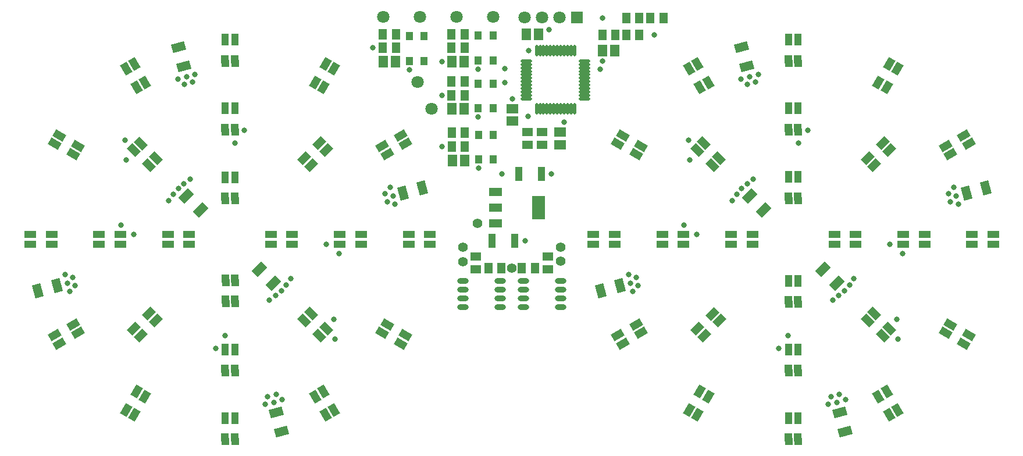
<source format=gts>
G04 Layer_Color=8388736*
%FSLAX44Y44*%
%MOMM*%
G71*
G01*
G75*
%ADD58O,0.5032X1.6532*%
%ADD59O,1.6532X0.5032*%
%ADD60O,1.6532X0.8032*%
%ADD61R,1.0032X1.1532*%
G04:AMPARAMS|DCode=62|XSize=1.2532mm|YSize=1.9532mm|CornerRadius=0mm|HoleSize=0mm|Usage=FLASHONLY|Rotation=314.423|XOffset=0mm|YOffset=0mm|HoleType=Round|Shape=Rectangle|*
%AMROTATEDRECTD62*
4,1,4,-1.1361,-0.2361,0.2589,1.1311,1.1361,0.2361,-0.2589,-1.1311,-1.1361,-0.2361,0.0*
%
%ADD62ROTATEDRECTD62*%

%ADD63R,1.1532X1.6032*%
%ADD64R,1.9532X1.2032*%
%ADD65R,1.9532X3.4532*%
G04:AMPARAMS|DCode=66|XSize=1.1032mm|YSize=1.7032mm|CornerRadius=0mm|HoleSize=0mm|Usage=FLASHONLY|Rotation=180.309|XOffset=0mm|YOffset=0mm|HoleType=Round|Shape=Rectangle|*
%AMROTATEDRECTD66*
4,1,4,0.5470,0.8546,0.5562,-0.8486,-0.5470,-0.8546,-0.5562,0.8486,0.5470,0.8546,0.0*
%
%ADD66ROTATEDRECTD66*%

%ADD67R,1.1032X2.0032*%
%ADD68R,1.3532X1.6532*%
%ADD69R,1.3532X1.6532*%
%ADD70R,1.6032X1.1532*%
%ADD71R,1.6532X1.3532*%
G04:AMPARAMS|DCode=72|XSize=1.2532mm|YSize=1.9532mm|CornerRadius=0mm|HoleSize=0mm|Usage=FLASHONLY|Rotation=105.000|XOffset=0mm|YOffset=0mm|HoleType=Round|Shape=Rectangle|*
%AMROTATEDRECTD72*
4,1,4,1.1055,-0.3525,-0.7812,-0.8580,-1.1055,0.3525,0.7812,0.8580,1.1055,-0.3525,0.0*
%
%ADD72ROTATEDRECTD72*%

G04:AMPARAMS|DCode=73|XSize=1.2532mm|YSize=1.9532mm|CornerRadius=0mm|HoleSize=0mm|Usage=FLASHONLY|Rotation=195.000|XOffset=0mm|YOffset=0mm|HoleType=Round|Shape=Rectangle|*
%AMROTATEDRECTD73*
4,1,4,0.3525,1.1055,0.8580,-0.7812,-0.3525,-1.1055,-0.8580,0.7812,0.3525,1.1055,0.0*
%
%ADD73ROTATEDRECTD73*%

G04:AMPARAMS|DCode=74|XSize=1.2532mm|YSize=1.9532mm|CornerRadius=0mm|HoleSize=0mm|Usage=FLASHONLY|Rotation=195.000|XOffset=0mm|YOffset=0mm|HoleType=Round|Shape=Rectangle|*
%AMROTATEDRECTD74*
4,1,4,0.3525,1.1055,0.8580,-0.7812,-0.3525,-1.1055,-0.8580,0.7812,0.3525,1.1055,0.0*
%
%ADD74ROTATEDRECTD74*%

G04:AMPARAMS|DCode=75|XSize=1.2532mm|YSize=1.9532mm|CornerRadius=0mm|HoleSize=0mm|Usage=FLASHONLY|Rotation=135.000|XOffset=0mm|YOffset=0mm|HoleType=Round|Shape=Rectangle|*
%AMROTATEDRECTD75*
4,1,4,1.1336,0.2475,-0.2475,-1.1336,-1.1336,-0.2475,0.2475,1.1336,1.1336,0.2475,0.0*
%
%ADD75ROTATEDRECTD75*%

G04:AMPARAMS|DCode=76|XSize=1.2532mm|YSize=1.9532mm|CornerRadius=0mm|HoleSize=0mm|Usage=FLASHONLY|Rotation=105.000|XOffset=0mm|YOffset=0mm|HoleType=Round|Shape=Rectangle|*
%AMROTATEDRECTD76*
4,1,4,1.1055,-0.3525,-0.7812,-0.8580,-1.1055,0.3525,0.7812,0.8580,1.1055,-0.3525,0.0*
%
%ADD76ROTATEDRECTD76*%

G04:AMPARAMS|DCode=77|XSize=1.2532mm|YSize=1.9532mm|CornerRadius=0mm|HoleSize=0mm|Usage=FLASHONLY|Rotation=195.015|XOffset=0mm|YOffset=0mm|HoleType=Round|Shape=Rectangle|*
%AMROTATEDRECTD77*
4,1,4,0.3522,1.1056,0.8582,-0.7809,-0.3522,-1.1056,-0.8582,0.7809,0.3522,1.1056,0.0*
%
%ADD77ROTATEDRECTD77*%

G04:AMPARAMS|DCode=78|XSize=1.2532mm|YSize=1.9532mm|CornerRadius=0mm|HoleSize=0mm|Usage=FLASHONLY|Rotation=105.000|XOffset=0mm|YOffset=0mm|HoleType=Round|Shape=Rectangle|*
%AMROTATEDRECTD78*
4,1,4,1.1055,-0.3525,-0.7812,-0.8580,-1.1055,0.3525,0.7812,0.8580,1.1055,-0.3525,0.0*
%
%ADD78ROTATEDRECTD78*%

%ADD79R,1.7032X1.1032*%
G04:AMPARAMS|DCode=80|XSize=1.1032mm|YSize=1.7032mm|CornerRadius=0mm|HoleSize=0mm|Usage=FLASHONLY|Rotation=60.000|XOffset=0mm|YOffset=0mm|HoleType=Round|Shape=Rectangle|*
%AMROTATEDRECTD80*
4,1,4,0.4617,-0.9035,-1.0133,-0.0519,-0.4617,0.9035,1.0133,0.0519,0.4617,-0.9035,0.0*
%
%ADD80ROTATEDRECTD80*%

G04:AMPARAMS|DCode=81|XSize=1.1032mm|YSize=1.7032mm|CornerRadius=0mm|HoleSize=0mm|Usage=FLASHONLY|Rotation=30.000|XOffset=0mm|YOffset=0mm|HoleType=Round|Shape=Rectangle|*
%AMROTATEDRECTD81*
4,1,4,-0.0519,-1.0133,-0.9035,0.4617,0.0519,1.0133,0.9035,-0.4617,-0.0519,-1.0133,0.0*
%
%ADD81ROTATEDRECTD81*%

%ADD82R,1.1032X1.7032*%
G04:AMPARAMS|DCode=83|XSize=1.1032mm|YSize=1.7032mm|CornerRadius=0mm|HoleSize=0mm|Usage=FLASHONLY|Rotation=150.000|XOffset=0mm|YOffset=0mm|HoleType=Round|Shape=Rectangle|*
%AMROTATEDRECTD83*
4,1,4,0.9035,0.4617,0.0519,-1.0133,-0.9035,-0.4617,-0.0519,1.0133,0.9035,0.4617,0.0*
%
%ADD83ROTATEDRECTD83*%

G04:AMPARAMS|DCode=84|XSize=1.1032mm|YSize=1.7032mm|CornerRadius=0mm|HoleSize=0mm|Usage=FLASHONLY|Rotation=120.000|XOffset=0mm|YOffset=0mm|HoleType=Round|Shape=Rectangle|*
%AMROTATEDRECTD84*
4,1,4,1.0133,-0.0519,-0.4617,-0.9035,-1.0133,0.0519,0.4617,0.9035,1.0133,-0.0519,0.0*
%
%ADD84ROTATEDRECTD84*%

G04:AMPARAMS|DCode=85|XSize=1.1032mm|YSize=1.7032mm|CornerRadius=0mm|HoleSize=0mm|Usage=FLASHONLY|Rotation=45.000|XOffset=0mm|YOffset=0mm|HoleType=Round|Shape=Rectangle|*
%AMROTATEDRECTD85*
4,1,4,0.2121,-0.9922,-0.9922,0.2121,-0.2121,0.9922,0.9922,-0.2121,0.2121,-0.9922,0.0*
%
%ADD85ROTATEDRECTD85*%

G04:AMPARAMS|DCode=86|XSize=1.1032mm|YSize=1.7032mm|CornerRadius=0mm|HoleSize=0mm|Usage=FLASHONLY|Rotation=315.064|XOffset=0mm|YOffset=0mm|HoleType=Round|Shape=Rectangle|*
%AMROTATEDRECTD86*
4,1,4,-0.9920,-0.2132,0.2110,0.9925,0.9920,0.2132,-0.2110,-0.9925,-0.9920,-0.2132,0.0*
%
%ADD86ROTATEDRECTD86*%

G04:AMPARAMS|DCode=87|XSize=1.1032mm|YSize=1.7032mm|CornerRadius=0mm|HoleSize=0mm|Usage=FLASHONLY|Rotation=315.064|XOffset=0mm|YOffset=0mm|HoleType=Round|Shape=Rectangle|*
%AMROTATEDRECTD87*
4,1,4,-0.9920,-0.2132,0.2110,0.9925,0.9920,0.2132,-0.2110,-0.9925,-0.9920,-0.2132,0.0*
%
%ADD87ROTATEDRECTD87*%

G04:AMPARAMS|DCode=88|XSize=1.1032mm|YSize=1.7032mm|CornerRadius=0mm|HoleSize=0mm|Usage=FLASHONLY|Rotation=315.000|XOffset=0mm|YOffset=0mm|HoleType=Round|Shape=Rectangle|*
%AMROTATEDRECTD88*
4,1,4,-0.9922,-0.2121,0.2121,0.9922,0.9922,0.2121,-0.2121,-0.9922,-0.9922,-0.2121,0.0*
%
%ADD88ROTATEDRECTD88*%

G04:AMPARAMS|DCode=89|XSize=1.1032mm|YSize=1.7032mm|CornerRadius=0mm|HoleSize=0mm|Usage=FLASHONLY|Rotation=45.000|XOffset=0mm|YOffset=0mm|HoleType=Round|Shape=Rectangle|*
%AMROTATEDRECTD89*
4,1,4,0.2121,-0.9922,-0.9922,0.2121,-0.2121,0.9922,0.9922,-0.2121,0.2121,-0.9922,0.0*
%
%ADD89ROTATEDRECTD89*%

%ADD90R,1.7032X1.1032*%
%ADD91C,1.8032*%
%ADD92R,1.8032X1.8032*%
%ADD93C,0.8032*%
%ADD94C,1.4032*%
D58*
X786250Y530000D02*
D03*
X791250Y530000D02*
D03*
X796250Y530000D02*
D03*
X801250Y530000D02*
D03*
X806250Y530000D02*
D03*
X811250D02*
D03*
X816250Y530000D02*
D03*
X821250Y530000D02*
D03*
X826250D02*
D03*
X831250D02*
D03*
X836250Y530000D02*
D03*
X841250D02*
D03*
X841250Y614500D02*
D03*
X836250Y614500D02*
D03*
X831250Y614500D02*
D03*
X826250Y614500D02*
D03*
X821250Y614500D02*
D03*
X816250Y614500D02*
D03*
X811250Y614500D02*
D03*
X806250Y614500D02*
D03*
X801250Y614500D02*
D03*
X796250D02*
D03*
X791250Y614500D02*
D03*
X786250D02*
D03*
D59*
X856000Y544750D02*
D03*
X856000Y549750D02*
D03*
X856000Y554750D02*
D03*
X856000Y559750D02*
D03*
X856000Y564750D02*
D03*
Y569750D02*
D03*
X856000Y574750D02*
D03*
X856000Y579750D02*
D03*
Y584750D02*
D03*
Y589750D02*
D03*
X856000Y594750D02*
D03*
Y599750D02*
D03*
X771500Y599750D02*
D03*
X771500Y594750D02*
D03*
X771500Y589750D02*
D03*
X771500Y584750D02*
D03*
X771500Y579750D02*
D03*
X771500Y574750D02*
D03*
X771500Y569750D02*
D03*
X771500Y564750D02*
D03*
X771500Y559750D02*
D03*
Y554750D02*
D03*
X771500Y549750D02*
D03*
Y544750D02*
D03*
D60*
X678750Y279300D02*
D03*
Y266600D02*
D03*
Y253900D02*
D03*
Y241200D02*
D03*
X733250Y279300D02*
D03*
Y266600D02*
D03*
Y253900D02*
D03*
Y241200D02*
D03*
X821250Y241250D02*
D03*
Y253950D02*
D03*
Y266650D02*
D03*
Y279350D02*
D03*
X766750Y241250D02*
D03*
Y253950D02*
D03*
Y266650D02*
D03*
Y279350D02*
D03*
D61*
X723000Y567000D02*
D03*
Y531000D02*
D03*
X622747Y636000D02*
D03*
Y600000D02*
D03*
X600953Y600000D02*
D03*
Y636000D02*
D03*
X723000Y636698D02*
D03*
Y600698D02*
D03*
X701000Y600698D02*
D03*
Y636698D02*
D03*
X723500Y492506D02*
D03*
Y456506D02*
D03*
X701500Y456506D02*
D03*
Y492506D02*
D03*
X701000Y531000D02*
D03*
Y567000D02*
D03*
D62*
X382616Y296517D02*
D03*
X402915Y275806D02*
D03*
D63*
X662500Y570000D02*
D03*
X681500D02*
D03*
X881925Y637439D02*
D03*
X900925D02*
D03*
X935925D02*
D03*
X916925D02*
D03*
X783750Y298500D02*
D03*
X764750D02*
D03*
X562630Y619000D02*
D03*
X581630D02*
D03*
X562630Y639000D02*
D03*
X581630D02*
D03*
X716250Y298500D02*
D03*
X735250D02*
D03*
X681500Y619000D02*
D03*
X662500D02*
D03*
Y639000D02*
D03*
X681500D02*
D03*
X970925Y662439D02*
D03*
X951925D02*
D03*
X916925D02*
D03*
X935925D02*
D03*
X682000Y475506D02*
D03*
X663000D02*
D03*
Y495506D02*
D03*
X682000D02*
D03*
X662500Y550000D02*
D03*
X681500D02*
D03*
D64*
X726250Y409465D02*
D03*
Y386465D02*
D03*
Y363465D02*
D03*
D65*
X788750Y386465D02*
D03*
D66*
X333320Y280621D02*
D03*
X347320Y280697D02*
D03*
X347487Y249697D02*
D03*
X333487Y249622D02*
D03*
X347000Y499899D02*
D03*
X333000D02*
D03*
X347000Y599899D02*
D03*
X333000D02*
D03*
X1167000Y149101D02*
D03*
X1153000D02*
D03*
X1167000Y49101D02*
D03*
X1153000D02*
D03*
X347000Y399531D02*
D03*
X333000D02*
D03*
X1167000Y248805D02*
D03*
X1153000D02*
D03*
X1167000Y499899D02*
D03*
X1153000D02*
D03*
X1167000Y599899D02*
D03*
X1153000D02*
D03*
X347000Y149101D02*
D03*
X333000D02*
D03*
X347000Y49101D02*
D03*
X333000D02*
D03*
X1167000Y399899D02*
D03*
X1153000D02*
D03*
D67*
X721750Y338000D02*
D03*
X754250D02*
D03*
X793250Y434965D02*
D03*
X760750D02*
D03*
D68*
X663000Y530000D02*
D03*
X681000D02*
D03*
X563247Y599000D02*
D03*
X581247D02*
D03*
X663000D02*
D03*
X681000D02*
D03*
X663500Y455267D02*
D03*
X681500D02*
D03*
D69*
X789000Y639000D02*
D03*
X771000D02*
D03*
X900000Y614646D02*
D03*
X882000Y614646D02*
D03*
D70*
X773250Y477629D02*
D03*
Y496629D02*
D03*
X802250Y296500D02*
D03*
Y315500D02*
D03*
X697750Y296500D02*
D03*
Y315500D02*
D03*
X794500Y496629D02*
D03*
Y477629D02*
D03*
D71*
X820500Y478129D02*
D03*
Y496129D02*
D03*
X751250Y512250D02*
D03*
X751250Y530250D02*
D03*
D72*
X1235032Y59978D02*
D03*
X1227526Y87991D02*
D03*
X264968Y620022D02*
D03*
X1084968Y620021D02*
D03*
X407525Y87991D02*
D03*
D73*
X620022Y415032D02*
D03*
X592010Y407526D02*
D03*
X879979Y264968D02*
D03*
X1411993Y407591D02*
D03*
X59979Y264968D02*
D03*
D74*
X907990Y272474D02*
D03*
X87991Y272474D02*
D03*
D75*
X296937Y383063D02*
D03*
X276431Y403569D02*
D03*
X1203063Y296937D02*
D03*
X1223569Y276431D02*
D03*
X1116937Y383063D02*
D03*
X1096431Y403569D02*
D03*
D76*
X272474Y592010D02*
D03*
X1092474Y592010D02*
D03*
D77*
X1440003Y415104D02*
D03*
D78*
X415031Y59979D02*
D03*
D79*
X1319899Y333000D02*
D03*
Y347000D02*
D03*
X1350899D02*
D03*
Y333000D02*
D03*
X1419899D02*
D03*
Y347000D02*
D03*
X1450899D02*
D03*
Y333000D02*
D03*
X399531D02*
D03*
Y347000D02*
D03*
X430531D02*
D03*
Y333000D02*
D03*
X1100469Y347000D02*
D03*
Y333000D02*
D03*
X1069469D02*
D03*
Y347000D02*
D03*
X180101D02*
D03*
Y333000D02*
D03*
X149101D02*
D03*
Y347000D02*
D03*
X80101D02*
D03*
Y333000D02*
D03*
X49101D02*
D03*
Y347000D02*
D03*
X1000101D02*
D03*
Y333000D02*
D03*
X969101D02*
D03*
Y347000D02*
D03*
X900101D02*
D03*
Y333000D02*
D03*
X869101D02*
D03*
Y347000D02*
D03*
X499899Y333000D02*
D03*
Y347000D02*
D03*
X530899D02*
D03*
Y333000D02*
D03*
X599899D02*
D03*
Y347000D02*
D03*
X630899D02*
D03*
Y333000D02*
D03*
X1219899D02*
D03*
Y347000D02*
D03*
X1250899D02*
D03*
Y333000D02*
D03*
X280469Y347000D02*
D03*
Y333000D02*
D03*
D80*
X1415427Y200612D02*
D03*
X1408427Y188488D02*
D03*
X1381580Y203988D02*
D03*
X1388580Y216112D02*
D03*
X84573Y479388D02*
D03*
X91573Y491512D02*
D03*
X118420Y476012D02*
D03*
X111420Y463888D02*
D03*
X904573Y479388D02*
D03*
X911573Y491512D02*
D03*
X938420Y476012D02*
D03*
X931420Y463888D02*
D03*
X595427Y200612D02*
D03*
X588427Y188488D02*
D03*
X561580Y203988D02*
D03*
X568580Y216112D02*
D03*
D81*
X1311512Y91573D02*
D03*
X1299388Y84573D02*
D03*
X1283888Y111420D02*
D03*
X1296012Y118420D02*
D03*
X188488Y588427D02*
D03*
X200612Y595427D02*
D03*
X216112Y568580D02*
D03*
X203988Y561580D02*
D03*
X1008488Y588427D02*
D03*
X1020612Y595427D02*
D03*
X1036112Y568580D02*
D03*
X1023988Y561580D02*
D03*
X491512Y91573D02*
D03*
X479388Y84573D02*
D03*
X463888Y111420D02*
D03*
X476012Y118420D02*
D03*
D82*
X333000Y530899D02*
D03*
X347000D02*
D03*
X333000Y630899D02*
D03*
X347000D02*
D03*
X1153000Y180101D02*
D03*
X1167000D02*
D03*
X1153000Y80101D02*
D03*
X1167000D02*
D03*
X333000Y430531D02*
D03*
X347000D02*
D03*
X1153000Y279804D02*
D03*
X1167000D02*
D03*
X1153000Y530899D02*
D03*
X1167000D02*
D03*
X1153000Y630899D02*
D03*
X1167000D02*
D03*
X333000Y180101D02*
D03*
X347000D02*
D03*
X333000Y80101D02*
D03*
X347000D02*
D03*
X1153000Y430899D02*
D03*
X1167000D02*
D03*
D83*
X479388Y595428D02*
D03*
X491513Y588428D02*
D03*
X476013Y561581D02*
D03*
X463888Y568581D02*
D03*
X1020612Y84573D02*
D03*
X1008488Y91573D02*
D03*
X1023988Y118420D02*
D03*
X1036112Y111420D02*
D03*
X1299388Y595427D02*
D03*
X1311512Y588427D02*
D03*
X1296012Y561580D02*
D03*
X1283888Y568580D02*
D03*
X200612Y84573D02*
D03*
X188488Y91573D02*
D03*
X203988Y118420D02*
D03*
X216112Y111420D02*
D03*
D84*
X588428Y491513D02*
D03*
X595428Y479388D02*
D03*
X568581Y463888D02*
D03*
X561581Y476013D02*
D03*
X911573Y188488D02*
D03*
X904573Y200612D02*
D03*
X931420Y216112D02*
D03*
X938420Y203988D02*
D03*
X1408427Y491512D02*
D03*
X1415427Y479388D02*
D03*
X1388580Y463888D02*
D03*
X1381580Y476012D02*
D03*
X91573Y188488D02*
D03*
X84573Y200612D02*
D03*
X111420Y216112D02*
D03*
X118420Y203988D02*
D03*
D85*
X479798Y210101D02*
D03*
X469899Y200202D02*
D03*
X447979Y222122D02*
D03*
X457878Y232021D02*
D03*
X1020063Y470037D02*
D03*
X1029963Y479937D02*
D03*
X1051883Y458017D02*
D03*
X1041983Y448117D02*
D03*
X1299937Y209963D02*
D03*
X1290037Y200063D02*
D03*
X1268117Y221984D02*
D03*
X1278017Y231883D02*
D03*
X200202Y469899D02*
D03*
X210101Y479799D02*
D03*
D86*
X457895Y448247D02*
D03*
X447984Y458136D02*
D03*
X469880Y480081D02*
D03*
X479790Y470192D02*
D03*
X1042105Y231753D02*
D03*
X1052016Y221864D02*
D03*
X1290036Y479936D02*
D03*
X1299936Y470036D02*
D03*
X221985Y231884D02*
D03*
X231884Y221985D02*
D03*
D87*
X1030120Y199919D02*
D03*
X1020209Y209808D02*
D03*
D88*
X1278015Y448116D02*
D03*
X1268116Y458015D02*
D03*
X209964Y200064D02*
D03*
X200064Y209964D02*
D03*
D89*
X232022Y457878D02*
D03*
X222122Y447979D02*
D03*
D90*
X249469Y333000D02*
D03*
Y347000D02*
D03*
D91*
X616234Y663617D02*
D03*
X768900Y662970D02*
D03*
X794300Y662970D02*
D03*
X819700Y662970D02*
D03*
X723000Y663617D02*
D03*
X632925Y530000D02*
D03*
X613250Y568895D02*
D03*
X562851Y663617D02*
D03*
X669617D02*
D03*
D92*
X845100Y662970D02*
D03*
D93*
X882000Y662500D02*
D03*
X807965Y434965D02*
D03*
X740000Y568000D02*
D03*
Y588427D02*
D03*
X934294Y273143D02*
D03*
X931105Y285047D02*
D03*
X926611Y264167D02*
D03*
X919963Y288979D02*
D03*
X922962Y276486D02*
D03*
X548026Y619000D02*
D03*
X648396Y475506D02*
D03*
Y549383D02*
D03*
X701500Y443808D02*
D03*
X701000Y518302D02*
D03*
X600953Y587302D02*
D03*
X648396Y599000D02*
D03*
X701000Y588000D02*
D03*
X804000Y645000D02*
D03*
X769540Y338000D02*
D03*
X735750Y434965D02*
D03*
X414529Y265471D02*
D03*
X406330Y258089D02*
D03*
X421911Y273670D02*
D03*
X397405Y251604D02*
D03*
X428396Y282595D02*
D03*
X257435Y405705D02*
D03*
X273016Y421286D02*
D03*
X276486Y577038D02*
D03*
X288979Y580037D02*
D03*
X264167Y573389D02*
D03*
X273143Y565706D02*
D03*
X285047Y568895D02*
D03*
X102962Y276486D02*
D03*
X99963Y288979D02*
D03*
X106611Y264167D02*
D03*
X111104Y285047D02*
D03*
X114294Y273143D02*
D03*
X577038Y403514D02*
D03*
X573389Y415833D02*
D03*
X580037Y391021D02*
D03*
X565706Y406857D02*
D03*
X568895Y394953D02*
D03*
X403514Y102962D02*
D03*
X415833Y106611D02*
D03*
X391021Y99963D02*
D03*
X394953Y111104D02*
D03*
X406857Y114294D02*
D03*
X188946Y455908D02*
D03*
X187381Y484830D02*
D03*
X264817Y413904D02*
D03*
X281941Y427771D02*
D03*
X250950Y396780D02*
D03*
X492618Y195171D02*
D03*
X491054Y224092D02*
D03*
X180972Y360936D02*
D03*
X199793Y347348D02*
D03*
X480207Y332652D02*
D03*
X499027Y319064D02*
D03*
X347348Y480208D02*
D03*
X360936Y499028D02*
D03*
X332652Y199793D02*
D03*
X319064Y180972D02*
D03*
X1139064Y180972D02*
D03*
X1152652Y199792D02*
D03*
X1180936Y499027D02*
D03*
X1167348Y480207D02*
D03*
X1319028Y319063D02*
D03*
X1300207Y332652D02*
D03*
X1019793Y347347D02*
D03*
X1000973Y360936D02*
D03*
X1311054Y224092D02*
D03*
X1312619Y195170D02*
D03*
X1070950Y396780D02*
D03*
X1101941Y427770D02*
D03*
X1007382Y484829D02*
D03*
X1008946Y455908D02*
D03*
X1226857Y114294D02*
D03*
X1214953Y111104D02*
D03*
X1211021Y99963D02*
D03*
X1235833Y106611D02*
D03*
X1223514Y102962D02*
D03*
X1388895Y394953D02*
D03*
X1385706Y406857D02*
D03*
X1400037Y391021D02*
D03*
X1393389Y415832D02*
D03*
X1397038Y403514D02*
D03*
X1105047Y568895D02*
D03*
X1093143Y565705D02*
D03*
X1084167Y573388D02*
D03*
X1108979Y580037D02*
D03*
X1096486Y577037D02*
D03*
X1093016Y421286D02*
D03*
X1248396Y282595D02*
D03*
X1217405Y251604D02*
D03*
X1241911Y273669D02*
D03*
X1226330Y258088D02*
D03*
X1234529Y265471D02*
D03*
X751250Y544750D02*
D03*
X826250Y510750D02*
D03*
X882000Y599750D02*
D03*
X879000Y588000D02*
D03*
X957924Y637439D02*
D03*
X775000Y614500D02*
D03*
X774000Y519000D02*
D03*
X1077435Y405705D02*
D03*
X1084817Y413904D02*
D03*
D94*
X750000Y298500D02*
D03*
X678750Y328950D02*
D03*
Y307950D02*
D03*
X821250Y308000D02*
D03*
Y329000D02*
D03*
X700000Y363465D02*
D03*
M02*

</source>
